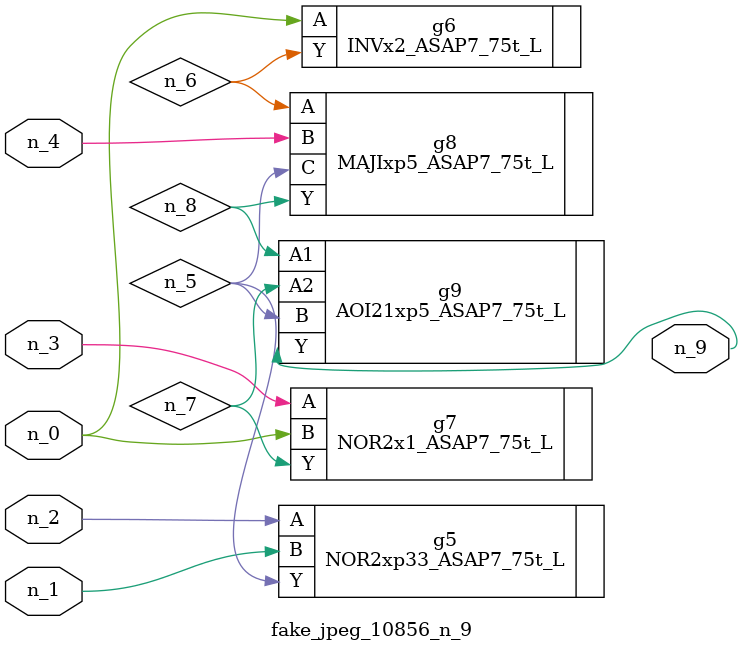
<source format=v>
module fake_jpeg_10856_n_9 (n_3, n_2, n_1, n_0, n_4, n_9);

input n_3;
input n_2;
input n_1;
input n_0;
input n_4;

output n_9;

wire n_8;
wire n_6;
wire n_5;
wire n_7;

NOR2xp33_ASAP7_75t_L g5 ( 
.A(n_2),
.B(n_1),
.Y(n_5)
);

INVx2_ASAP7_75t_L g6 ( 
.A(n_0),
.Y(n_6)
);

NOR2x1_ASAP7_75t_L g7 ( 
.A(n_3),
.B(n_0),
.Y(n_7)
);

MAJIxp5_ASAP7_75t_L g8 ( 
.A(n_6),
.B(n_4),
.C(n_5),
.Y(n_8)
);

AOI21xp5_ASAP7_75t_L g9 ( 
.A1(n_8),
.A2(n_7),
.B(n_5),
.Y(n_9)
);


endmodule
</source>
